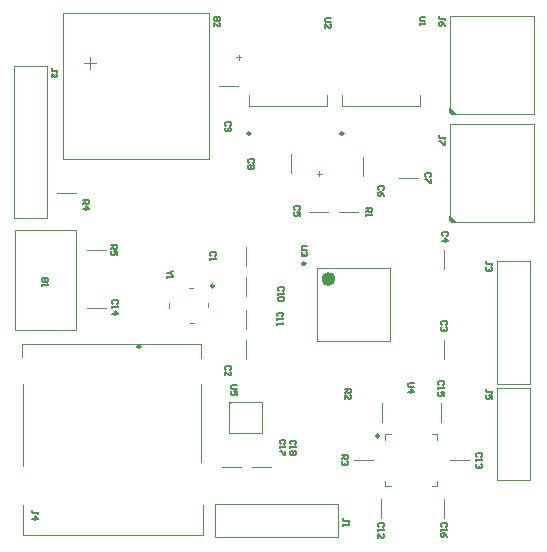
<source format=gto>
G04*
G04 #@! TF.GenerationSoftware,Altium Limited,Altium Designer,22.1.2 (22)*
G04*
G04 Layer_Color=65535*
%FSLAX25Y25*%
%MOIN*%
G70*
G04*
G04 #@! TF.SameCoordinates,916DC4FC-BA67-46E0-AC62-78C5DE96CB0C*
G04*
G04*
G04 #@! TF.FilePolarity,Positive*
G04*
G01*
G75*
%ADD10C,0.00984*%
%ADD11C,0.02362*%
%ADD12C,0.01000*%
%ADD13C,0.00394*%
%ADD14C,0.00591*%
G36*
X73299Y46341D02*
Y45456D01*
X74185Y46341D01*
X73299D01*
D02*
G37*
G36*
X147095Y108609D02*
X149349Y106354D01*
X147244D01*
X146719Y106880D01*
Y108374D01*
X147095Y108609D01*
D02*
G37*
G36*
Y144609D02*
X149349Y142354D01*
X147244D01*
X146719Y142880D01*
Y144374D01*
X147095Y144609D01*
D02*
G37*
D10*
X80405Y136000D02*
G03*
X80405Y136000I-492J0D01*
G01*
X111358D02*
G03*
X111358Y136000I-492J0D01*
G01*
X98763Y92582D02*
G03*
X98763Y92582I-492J0D01*
G01*
X123272Y35165D02*
G03*
X123272Y35165I-492J0D01*
G01*
X43736Y64962D02*
G03*
X43736Y64962I-492J0D01*
G01*
D11*
X107621Y87464D02*
G03*
X107621Y87464I-1181J0D01*
G01*
D12*
X68184Y85112D02*
G03*
X68184Y85112I-394J0D01*
G01*
D13*
X76494Y160592D02*
Y162266D01*
X69850Y151882D02*
X76150D01*
X75657Y161429D02*
X77331D01*
X80032Y145055D02*
Y148795D01*
Y145055D02*
X106016D01*
Y148795D01*
X110984Y145055D02*
Y148795D01*
Y145055D02*
X136969D01*
Y148795D01*
X129831Y121095D02*
X136169D01*
X102593Y122506D02*
X104266D01*
X93882Y122850D02*
Y129150D01*
X103429Y121669D02*
Y123343D01*
X118095Y121832D02*
Y128170D01*
X99831Y109906D02*
X106169D01*
X109858Y109887D02*
X116197D01*
X102700Y66795D02*
X127110D01*
X102700Y91204D02*
X127110D01*
Y66795D02*
Y91204D01*
X102700Y66795D02*
Y91204D01*
X79096Y70831D02*
Y77169D01*
X79094Y60831D02*
Y67169D01*
Y91830D02*
Y98168D01*
Y81831D02*
Y88169D01*
X53237Y77771D02*
Y79345D01*
X60145Y72912D02*
X61539D01*
X66345Y78182D02*
Y79575D01*
X59864Y84412D02*
X61439D01*
X145095Y90832D02*
Y97170D01*
Y60831D02*
Y67170D01*
X123905Y7925D02*
Y14263D01*
X144905Y7925D02*
Y14264D01*
X146831Y27000D02*
X153169D01*
X125339Y18433D02*
X127209D01*
X125339D02*
Y20303D01*
X140791Y18433D02*
X142661D01*
Y20303D01*
Y33886D02*
Y35756D01*
X140791D02*
X142661D01*
X125339D02*
X127209D01*
X125339Y33886D02*
Y35756D01*
X143905Y39831D02*
Y46169D01*
X124192Y39830D02*
Y46169D01*
X114831Y27192D02*
X121170D01*
X73299Y36499D02*
Y46341D01*
X84323D01*
Y36105D02*
Y46341D01*
X73299Y36105D02*
X84323D01*
X73299D02*
Y36499D01*
X70832Y24905D02*
X77170D01*
X109512Y1488D02*
Y12512D01*
X68567D02*
X109512D01*
X68567Y1488D02*
Y12512D01*
Y1488D02*
X109512D01*
X25831Y77905D02*
X32170D01*
X25830Y97095D02*
X32168D01*
X15832Y116192D02*
X22170D01*
X12512Y107724D02*
Y158512D01*
X1488Y107724D02*
X12512D01*
X1488D02*
Y158512D01*
X12512D01*
X80927Y24915D02*
X87266D01*
X2047Y70472D02*
X22224D01*
X2047D02*
Y103937D01*
X22323D01*
Y70571D02*
Y103937D01*
X162488Y52488D02*
X173512D01*
Y93433D01*
X162488D02*
X173512D01*
X162488Y52488D02*
Y93433D01*
Y20488D02*
X173512D01*
Y51197D01*
X162488D02*
X173512D01*
X162488Y20488D02*
Y51197D01*
X18024Y176016D02*
X66449D01*
Y127591D02*
Y176016D01*
X18024Y127591D02*
X66449D01*
X18024D02*
Y176016D01*
X25110Y159382D02*
X29047D01*
X27079Y157413D02*
Y161350D01*
X64468Y1978D02*
Y12304D01*
X4498Y1978D02*
Y12304D01*
Y1978D02*
X64468D01*
X4626Y25000D02*
Y52559D01*
X4232Y61614D02*
Y65945D01*
X64075D01*
Y26575D02*
Y52559D01*
Y61221D02*
Y65945D01*
X146925Y142673D02*
Y175055D01*
X174878Y142476D02*
Y175055D01*
X146925D02*
X174878D01*
X147122Y142476D02*
X174878D01*
X146925Y106673D02*
Y139055D01*
X174878Y106476D02*
Y139055D01*
X146925D02*
X174878D01*
X147122Y106476D02*
X174878D01*
D14*
X73650Y138612D02*
X73978Y138940D01*
Y139596D01*
X73650Y139924D01*
X72338D01*
X72010Y139596D01*
Y138940D01*
X72338Y138612D01*
Y137956D02*
X72010Y137628D01*
Y136972D01*
X72338Y136644D01*
X73650D01*
X73978Y136972D01*
Y137628D01*
X73650Y137956D01*
X73322D01*
X72994Y137628D01*
Y136644D01*
X107166Y174389D02*
X105526D01*
X105198Y174061D01*
Y173405D01*
X105526Y173077D01*
X107166D01*
X105198Y171109D02*
Y172421D01*
X106510Y171109D01*
X106838D01*
X107166Y171437D01*
Y172093D01*
X106838Y172421D01*
X138758Y174699D02*
X137118D01*
X136790Y174371D01*
Y173715D01*
X137118Y173387D01*
X138758D01*
X136790Y172731D02*
Y172075D01*
Y172403D01*
X138758D01*
X138430Y172731D01*
X140251Y121388D02*
X140579Y121716D01*
Y122372D01*
X140251Y122700D01*
X138939D01*
X138611Y122372D01*
Y121716D01*
X138939Y121388D01*
X140579Y120732D02*
Y119420D01*
X140251D01*
X138939Y120732D01*
X138611D01*
X81170Y126118D02*
X81498Y126446D01*
Y127102D01*
X81170Y127430D01*
X79858D01*
X79530Y127102D01*
Y126446D01*
X79858Y126118D01*
X81170Y125462D02*
X81498Y125134D01*
Y124478D01*
X81170Y124150D01*
X80842D01*
X80514Y124478D01*
X80186Y124150D01*
X79858D01*
X79530Y124478D01*
Y125134D01*
X79858Y125462D01*
X80186D01*
X80514Y125134D01*
X80842Y125462D01*
X81170D01*
X80514Y125134D02*
Y124478D01*
X124599Y117260D02*
X124927Y117588D01*
Y118244D01*
X124599Y118572D01*
X123287D01*
X122959Y118244D01*
Y117588D01*
X123287Y117260D01*
X124927Y115292D02*
X124599Y115948D01*
X123943Y116604D01*
X123287D01*
X122959Y116276D01*
Y115620D01*
X123287Y115292D01*
X123615D01*
X123943Y115620D01*
Y116604D01*
X96650Y110552D02*
X96978Y110880D01*
Y111536D01*
X96650Y111864D01*
X95338D01*
X95010Y111536D01*
Y110880D01*
X95338Y110552D01*
X96978Y108584D02*
Y109896D01*
X95994D01*
X96322Y109240D01*
Y108912D01*
X95994Y108584D01*
X95338D01*
X95010Y108912D01*
Y109568D01*
X95338Y109896D01*
X119089Y111192D02*
X121057D01*
Y110208D01*
X120729Y109880D01*
X120073D01*
X119745Y110208D01*
Y111192D01*
Y110536D02*
X119089Y109880D01*
Y109224D02*
Y108568D01*
Y108896D01*
X121057D01*
X120729Y109224D01*
X99416Y98322D02*
X97776D01*
X97448Y97994D01*
Y97338D01*
X97776Y97010D01*
X99416D01*
X99088Y96355D02*
X99416Y96027D01*
Y95371D01*
X99088Y95043D01*
X98760D01*
X98432Y95371D01*
Y95699D01*
Y95371D01*
X98104Y95043D01*
X97776D01*
X97448Y95371D01*
Y96027D01*
X97776Y96355D01*
X90933Y74985D02*
X91261Y75314D01*
Y75969D01*
X90933Y76297D01*
X89621D01*
X89293Y75969D01*
Y75314D01*
X89621Y74985D01*
X89293Y74330D02*
Y73674D01*
Y74002D01*
X91261D01*
X90933Y74330D01*
X89293Y72690D02*
Y72034D01*
Y72362D01*
X91261D01*
X90933Y72690D01*
X73585Y57274D02*
X73914Y57601D01*
Y58258D01*
X73585Y58586D01*
X72274D01*
X71946Y58258D01*
Y57601D01*
X72274Y57274D01*
X71946Y55306D02*
Y56618D01*
X73257Y55306D01*
X73585D01*
X73914Y55634D01*
Y56290D01*
X73585Y56618D01*
X68593Y95135D02*
X68921Y95464D01*
Y96119D01*
X68593Y96447D01*
X67281D01*
X66953Y96119D01*
Y95464D01*
X67281Y95135D01*
X66953Y94480D02*
Y93824D01*
Y94152D01*
X68921D01*
X68593Y94480D01*
X91124Y83605D02*
X91452Y83933D01*
Y84588D01*
X91124Y84917D01*
X89812D01*
X89485Y84588D01*
Y83933D01*
X89812Y83605D01*
X89485Y82949D02*
Y82293D01*
Y82621D01*
X91452D01*
X91124Y82949D01*
Y81309D02*
X91452Y80981D01*
Y80325D01*
X91124Y79997D01*
X89812D01*
X89485Y80325D01*
Y80981D01*
X89812Y81309D01*
X91124D01*
X54525Y90274D02*
X54197D01*
X53541Y89618D01*
X54197Y88962D01*
X54525D01*
X53541Y89618D02*
X52557D01*
Y88306D02*
Y87650D01*
Y87978D01*
X54525D01*
X54197Y88306D01*
X145858Y101664D02*
X146186Y101992D01*
Y102648D01*
X145858Y102976D01*
X144546D01*
X144218Y102648D01*
Y101992D01*
X144546Y101664D01*
X144218Y100024D02*
X146186D01*
X145202Y101008D01*
Y99696D01*
X145720Y72055D02*
X146048Y72383D01*
Y73039D01*
X145720Y73367D01*
X144408D01*
X144080Y73039D01*
Y72383D01*
X144408Y72055D01*
X145720Y71399D02*
X146048Y71071D01*
Y70415D01*
X145720Y70087D01*
X145392D01*
X145064Y70415D01*
Y70743D01*
Y70415D01*
X144736Y70087D01*
X144408D01*
X144080Y70415D01*
Y71071D01*
X144408Y71399D01*
X124527Y4760D02*
X124855Y5088D01*
Y5744D01*
X124527Y6072D01*
X123215D01*
X122887Y5744D01*
Y5088D01*
X123215Y4760D01*
X122887Y4104D02*
Y3448D01*
Y3776D01*
X124855D01*
X124527Y4104D01*
X122887Y1153D02*
Y2464D01*
X124199Y1153D01*
X124527D01*
X124855Y1481D01*
Y2136D01*
X124527Y2464D01*
X145592Y4946D02*
X145920Y5274D01*
Y5930D01*
X145592Y6258D01*
X144280D01*
X143952Y5930D01*
Y5274D01*
X144280Y4946D01*
X143952Y4290D02*
Y3634D01*
Y3962D01*
X145920D01*
X145592Y4290D01*
X145920Y1338D02*
X145592Y1994D01*
X144936Y2650D01*
X144280D01*
X143952Y2322D01*
Y1666D01*
X144280Y1338D01*
X144608D01*
X144936Y1666D01*
Y2650D01*
X157364Y28118D02*
X157692Y28446D01*
Y29101D01*
X157364Y29430D01*
X156052D01*
X155724Y29101D01*
Y28446D01*
X156052Y28118D01*
X155724Y27462D02*
Y26806D01*
Y27134D01*
X157692D01*
X157364Y27462D01*
Y25822D02*
X157692Y25494D01*
Y24838D01*
X157364Y24510D01*
X157036D01*
X156708Y24838D01*
Y25166D01*
Y24838D01*
X156380Y24510D01*
X156052D01*
X155724Y24838D01*
Y25494D01*
X156052Y25822D01*
X135016Y52834D02*
X133376D01*
X133048Y52506D01*
Y51850D01*
X133376Y51522D01*
X135016D01*
X133048Y49882D02*
X135016D01*
X134032Y50866D01*
Y49554D01*
X144601Y52156D02*
X144929Y52484D01*
Y53140D01*
X144601Y53468D01*
X143289D01*
X142961Y53140D01*
Y52484D01*
X143289Y52156D01*
X142961Y51500D02*
Y50844D01*
Y51172D01*
X144929D01*
X144601Y51500D01*
X144929Y48549D02*
Y49861D01*
X143945D01*
X144273Y49205D01*
Y48877D01*
X143945Y48549D01*
X143289D01*
X142961Y48877D01*
Y49532D01*
X143289Y49861D01*
X111859Y50666D02*
X113827D01*
Y49682D01*
X113499Y49354D01*
X112843D01*
X112515Y49682D01*
Y50666D01*
Y50010D02*
X111859Y49354D01*
Y47386D02*
Y48698D01*
X113171Y47386D01*
X113499D01*
X113827Y47714D01*
Y48370D01*
X113499Y48698D01*
X111013Y28800D02*
X112981D01*
Y27816D01*
X112653Y27488D01*
X111997D01*
X111669Y27816D01*
Y28800D01*
Y28144D02*
X111013Y27488D01*
X112653Y26832D02*
X112981Y26504D01*
Y25848D01*
X112653Y25520D01*
X112325D01*
X111997Y25848D01*
Y26176D01*
Y25848D01*
X111669Y25520D01*
X111341D01*
X111013Y25848D01*
Y26504D01*
X111341Y26832D01*
X75914Y52062D02*
X74274D01*
X73946Y51734D01*
Y51078D01*
X74274Y50750D01*
X75914D01*
Y48782D02*
Y50094D01*
X74929D01*
X75257Y49438D01*
Y49110D01*
X74929Y48782D01*
X74274D01*
X73946Y49110D01*
Y49766D01*
X74274Y50094D01*
X91766Y32344D02*
X92094Y32672D01*
Y33328D01*
X91766Y33656D01*
X90454D01*
X90126Y33328D01*
Y32672D01*
X90454Y32344D01*
X90126Y31688D02*
Y31032D01*
Y31360D01*
X92094D01*
X91766Y31688D01*
X92094Y30048D02*
Y28736D01*
X91766D01*
X90454Y30048D01*
X90126D01*
X113225Y6387D02*
Y7043D01*
Y6715D01*
X111585D01*
X111257Y7043D01*
Y7371D01*
X111585Y7699D01*
X111257Y5731D02*
Y5075D01*
Y5403D01*
X113225D01*
X112897Y5731D01*
X35798Y79074D02*
X36126Y79402D01*
Y80058D01*
X35798Y80386D01*
X34486D01*
X34159Y80058D01*
Y79402D01*
X34486Y79074D01*
X34159Y78418D02*
Y77762D01*
Y78090D01*
X36126D01*
X35798Y78418D01*
X34159Y75794D02*
X36126D01*
X35142Y76778D01*
Y75466D01*
X34104Y98823D02*
X36072D01*
Y97839D01*
X35744Y97511D01*
X35088D01*
X34760Y97839D01*
Y98823D01*
Y98167D02*
X34104Y97511D01*
X36072Y95543D02*
Y96855D01*
X35088D01*
X35416Y96199D01*
Y95871D01*
X35088Y95543D01*
X34432D01*
X34104Y95871D01*
Y96527D01*
X34432Y96855D01*
X24611Y113849D02*
X26579D01*
Y112865D01*
X26251Y112537D01*
X25595D01*
X25267Y112865D01*
Y113849D01*
Y113193D02*
X24611Y112537D01*
Y110897D02*
X26579D01*
X25595Y111881D01*
Y110569D01*
X145223Y134172D02*
Y134828D01*
Y134500D01*
X143583D01*
X143255Y134828D01*
Y135156D01*
X143583Y135484D01*
X145223Y133516D02*
Y132204D01*
X144895D01*
X143583Y133516D01*
X143255D01*
X145223Y173761D02*
Y174417D01*
Y174089D01*
X143583D01*
X143255Y174417D01*
Y174745D01*
X143583Y175073D01*
X145223Y171793D02*
X144895Y172449D01*
X144239Y173105D01*
X143583D01*
X143255Y172777D01*
Y172121D01*
X143583Y171793D01*
X143911D01*
X144239Y172121D01*
Y173105D01*
X160887Y49453D02*
Y50109D01*
Y49781D01*
X159247D01*
X158919Y50109D01*
Y50437D01*
X159247Y50765D01*
X160887Y47485D02*
Y48797D01*
X159903D01*
X160231Y48141D01*
Y47813D01*
X159903Y47485D01*
X159247D01*
X158919Y47813D01*
Y48469D01*
X159247Y48797D01*
X9444Y9189D02*
Y9845D01*
Y9517D01*
X7804D01*
X7476Y9845D01*
Y10173D01*
X7804Y10501D01*
X7476Y7549D02*
X9444D01*
X8460Y8534D01*
Y7222D01*
X160887Y92184D02*
Y92839D01*
Y92511D01*
X159247D01*
X158919Y92839D01*
Y93167D01*
X159247Y93495D01*
X160559Y91527D02*
X160887Y91199D01*
Y90544D01*
X160559Y90216D01*
X160231D01*
X159903Y90544D01*
Y90872D01*
Y90544D01*
X159575Y90216D01*
X159247D01*
X158919Y90544D01*
Y91199D01*
X159247Y91527D01*
X16083Y156616D02*
Y157272D01*
Y156944D01*
X14443D01*
X14115Y157272D01*
Y157600D01*
X14443Y157928D01*
X14115Y154648D02*
Y155960D01*
X15427Y154648D01*
X15755D01*
X16083Y154976D01*
Y155632D01*
X15755Y155960D01*
X95383Y32321D02*
X95711Y32649D01*
Y33305D01*
X95383Y33633D01*
X94071D01*
X93743Y33305D01*
Y32649D01*
X94071Y32321D01*
X93743Y31665D02*
Y31009D01*
Y31337D01*
X95711D01*
X95383Y31665D01*
Y30025D02*
X95711Y29697D01*
Y29041D01*
X95383Y28713D01*
X95055D01*
X94727Y29041D01*
X94399Y28713D01*
X94071D01*
X93743Y29041D01*
Y29697D01*
X94071Y30025D01*
X94399D01*
X94727Y29697D01*
X95055Y30025D01*
X95383D01*
X94727Y29697D02*
Y29041D01*
X70255Y174920D02*
X68287D01*
Y173937D01*
X68615Y173609D01*
X68943D01*
X69271Y173937D01*
Y174920D01*
Y173937D01*
X69599Y173609D01*
X69927D01*
X70255Y173937D01*
Y174920D01*
X68287Y171641D02*
Y172953D01*
X69599Y171641D01*
X69927D01*
X70255Y171969D01*
Y172625D01*
X69927Y172953D01*
X12795Y87926D02*
X10827D01*
Y86942D01*
X11155Y86614D01*
X11483D01*
X11811Y86942D01*
Y87926D01*
Y86942D01*
X12139Y86614D01*
X12467D01*
X12795Y86942D01*
Y87926D01*
X10827Y85958D02*
Y85302D01*
Y85630D01*
X12795D01*
X12467Y85958D01*
M02*

</source>
